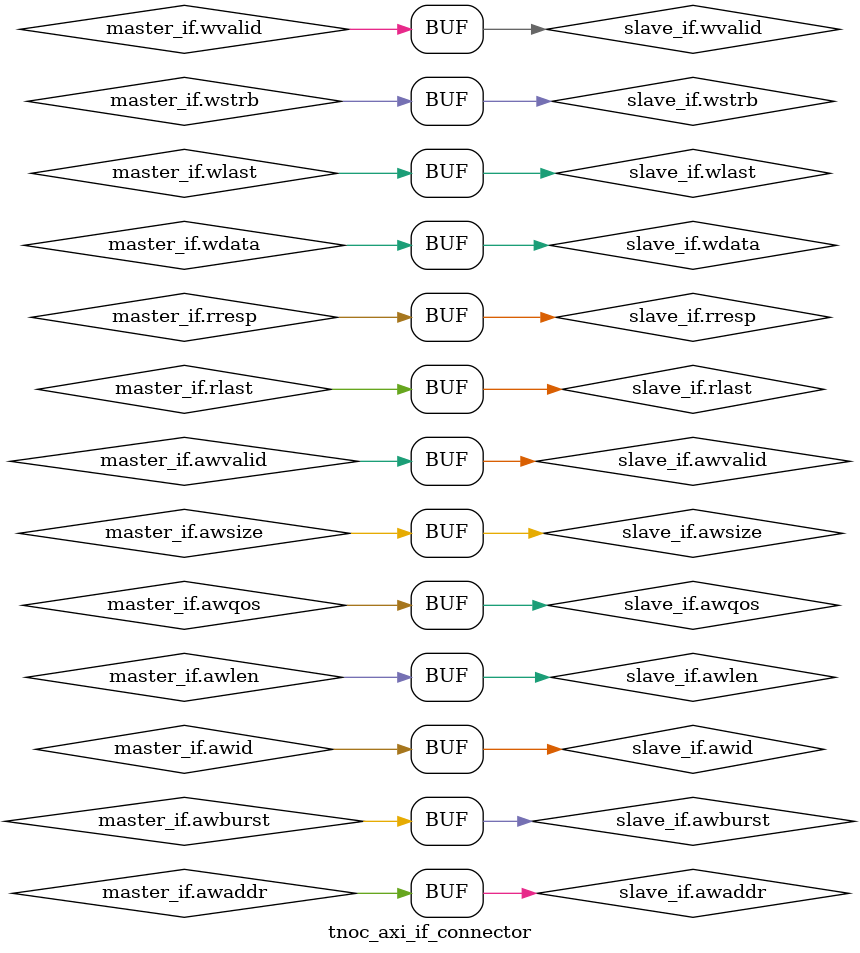
<source format=sv>
module tnoc_axi_if_connector (
  tnoc_axi_if.slave   slave_if,
  tnoc_axi_if.master  master_if
);
  always_comb begin
    master_if.awvalid = slave_if.awvalid;
    slave_if.awready  = master_if.awready;
    master_if.awid    = slave_if.awid;
    master_if.awaddr  = slave_if.awaddr;
    master_if.awlen   = slave_if.awlen;
    master_if.awsize  = slave_if.awsize;
    master_if.awburst = slave_if.awburst;
    master_if.awqos   = slave_if.awqos;
    master_if.wvalid  = slave_if.wvalid;
    slave_if.wready   = master_if.wready;
    master_if.wdata   = slave_if.wdata;
    master_if.wstrb   = slave_if.wstrb;
    master_if.wlast   = slave_if.wlast;
    slave_if.bvalid   = master_if.bvalid;
    master_if.bready  = slave_if.bready;
    slave_if.bid      = master_if.bid;
    slave_if.bresp    = master_if.bresp;
  end

  always_comb begin
    master_if.arvalid = slave_if.arvalid;
    slave_if.arready  = master_if.arready;
    master_if.arid    = slave_if.arid;
    master_if.araddr  = slave_if.araddr;
    master_if.arlen   = slave_if.arlen;
    master_if.arsize  = slave_if.arsize;
    master_if.arburst = slave_if.arburst;
    master_if.arqos   = slave_if.arqos;
    slave_if.rvalid   = master_if.rvalid;
    master_if.rready  = slave_if.rready;
    slave_if.rid      = master_if.rid;
    slave_if.rdata    = master_if.rdata;
    slave_if.rresp    = master_if.rresp;
    slave_if.rlast    = master_if.rlast;
  end
endmodule

</source>
